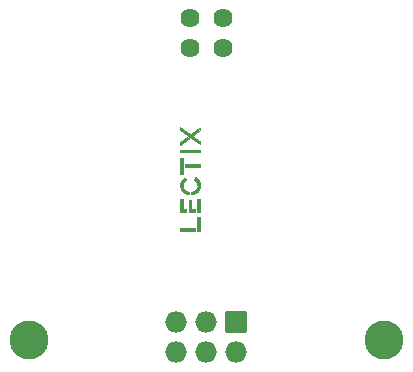
<source format=gts>
G04 #@! TF.GenerationSoftware,KiCad,Pcbnew,6.0.9-8da3e8f707~116~ubuntu20.04.1*
G04 #@! TF.CreationDate,2023-05-05T17:23:47+00:00*
G04 #@! TF.ProjectId,LEC009212,4c454330-3039-4323-9132-2e6b69636164,rev?*
G04 #@! TF.SameCoordinates,Original*
G04 #@! TF.FileFunction,Soldermask,Top*
G04 #@! TF.FilePolarity,Negative*
%FSLAX46Y46*%
G04 Gerber Fmt 4.6, Leading zero omitted, Abs format (unit mm)*
G04 Created by KiCad (PCBNEW 6.0.9-8da3e8f707~116~ubuntu20.04.1) date 2023-05-05 17:23:47*
%MOMM*%
%LPD*%
G01*
G04 APERTURE LIST*
G04 Aperture macros list*
%AMRoundRect*
0 Rectangle with rounded corners*
0 $1 Rounding radius*
0 $2 $3 $4 $5 $6 $7 $8 $9 X,Y pos of 4 corners*
0 Add a 4 corners polygon primitive as box body*
4,1,4,$2,$3,$4,$5,$6,$7,$8,$9,$2,$3,0*
0 Add four circle primitives for the rounded corners*
1,1,$1+$1,$2,$3*
1,1,$1+$1,$4,$5*
1,1,$1+$1,$6,$7*
1,1,$1+$1,$8,$9*
0 Add four rect primitives between the rounded corners*
20,1,$1+$1,$2,$3,$4,$5,0*
20,1,$1+$1,$4,$5,$6,$7,0*
20,1,$1+$1,$6,$7,$8,$9,0*
20,1,$1+$1,$8,$9,$2,$3,0*%
G04 Aperture macros list end*
%ADD10C,0.010000*%
%ADD11C,3.300000*%
%ADD12RoundRect,0.050000X-0.863600X0.863600X-0.863600X-0.863600X0.863600X-0.863600X0.863600X0.863600X0*%
%ADD13O,1.827200X1.827200*%
%ADD14C,1.624000*%
G04 APERTURE END LIST*
G04 #@! TO.C,LOGO1*
G36*
X83347001Y-31829871D02*
G01*
X83353439Y-31833923D01*
X83362779Y-31840183D01*
X83374461Y-31848245D01*
X83387928Y-31857707D01*
X83402622Y-31868162D01*
X83417984Y-31879207D01*
X83433457Y-31890438D01*
X83448483Y-31901449D01*
X83462504Y-31911838D01*
X83474962Y-31921199D01*
X83485298Y-31929128D01*
X83492955Y-31935221D01*
X83497375Y-31939073D01*
X83498247Y-31940190D01*
X83496223Y-31941929D01*
X83490295Y-31946496D01*
X83480671Y-31953736D01*
X83467561Y-31963498D01*
X83451174Y-31975627D01*
X83431719Y-31989971D01*
X83409405Y-32006375D01*
X83384442Y-32024687D01*
X83357037Y-32044753D01*
X83327402Y-32066421D01*
X83295743Y-32089535D01*
X83262272Y-32113944D01*
X83227196Y-32139494D01*
X83190724Y-32166032D01*
X83153067Y-32193404D01*
X83141493Y-32201810D01*
X83103445Y-32229442D01*
X83066468Y-32256293D01*
X83030772Y-32282211D01*
X82996572Y-32307040D01*
X82964081Y-32330626D01*
X82933511Y-32352814D01*
X82905075Y-32373451D01*
X82878985Y-32392382D01*
X82855456Y-32409452D01*
X82834699Y-32424507D01*
X82816927Y-32437392D01*
X82802354Y-32447953D01*
X82791192Y-32456036D01*
X82783654Y-32461486D01*
X82779952Y-32464149D01*
X82779630Y-32464375D01*
X82778417Y-32465123D01*
X82777412Y-32465285D01*
X82776595Y-32464437D01*
X82775947Y-32462156D01*
X82775449Y-32458019D01*
X82775081Y-32451601D01*
X82774823Y-32442478D01*
X82774655Y-32430228D01*
X82774559Y-32414427D01*
X82774514Y-32394651D01*
X82774500Y-32370475D01*
X82774499Y-32353446D01*
X82774500Y-32239032D01*
X83057044Y-32033731D01*
X83090835Y-32009201D01*
X83123537Y-31985507D01*
X83154909Y-31962820D01*
X83184714Y-31941311D01*
X83212711Y-31921152D01*
X83238663Y-31902513D01*
X83262329Y-31885565D01*
X83283470Y-31870480D01*
X83301848Y-31857429D01*
X83317223Y-31846582D01*
X83329356Y-31838111D01*
X83338009Y-31832186D01*
X83342942Y-31828979D01*
X83344021Y-31828430D01*
X83347001Y-31829871D01*
G37*
D10*
X83347001Y-31829871D02*
X83353439Y-31833923D01*
X83362779Y-31840183D01*
X83374461Y-31848245D01*
X83387928Y-31857707D01*
X83402622Y-31868162D01*
X83417984Y-31879207D01*
X83433457Y-31890438D01*
X83448483Y-31901449D01*
X83462504Y-31911838D01*
X83474962Y-31921199D01*
X83485298Y-31929128D01*
X83492955Y-31935221D01*
X83497375Y-31939073D01*
X83498247Y-31940190D01*
X83496223Y-31941929D01*
X83490295Y-31946496D01*
X83480671Y-31953736D01*
X83467561Y-31963498D01*
X83451174Y-31975627D01*
X83431719Y-31989971D01*
X83409405Y-32006375D01*
X83384442Y-32024687D01*
X83357037Y-32044753D01*
X83327402Y-32066421D01*
X83295743Y-32089535D01*
X83262272Y-32113944D01*
X83227196Y-32139494D01*
X83190724Y-32166032D01*
X83153067Y-32193404D01*
X83141493Y-32201810D01*
X83103445Y-32229442D01*
X83066468Y-32256293D01*
X83030772Y-32282211D01*
X82996572Y-32307040D01*
X82964081Y-32330626D01*
X82933511Y-32352814D01*
X82905075Y-32373451D01*
X82878985Y-32392382D01*
X82855456Y-32409452D01*
X82834699Y-32424507D01*
X82816927Y-32437392D01*
X82802354Y-32447953D01*
X82791192Y-32456036D01*
X82783654Y-32461486D01*
X82779952Y-32464149D01*
X82779630Y-32464375D01*
X82778417Y-32465123D01*
X82777412Y-32465285D01*
X82776595Y-32464437D01*
X82775947Y-32462156D01*
X82775449Y-32458019D01*
X82775081Y-32451601D01*
X82774823Y-32442478D01*
X82774655Y-32430228D01*
X82774559Y-32414427D01*
X82774514Y-32394651D01*
X82774500Y-32370475D01*
X82774499Y-32353446D01*
X82774500Y-32239032D01*
X83057044Y-32033731D01*
X83090835Y-32009201D01*
X83123537Y-31985507D01*
X83154909Y-31962820D01*
X83184714Y-31941311D01*
X83212711Y-31921152D01*
X83238663Y-31902513D01*
X83262329Y-31885565D01*
X83283470Y-31870480D01*
X83301848Y-31857429D01*
X83317223Y-31846582D01*
X83329356Y-31838111D01*
X83338009Y-31832186D01*
X83342942Y-31828979D01*
X83344021Y-31828430D01*
X83347001Y-31829871D01*
G36*
X84052120Y-39759580D02*
G01*
X82777040Y-39759580D01*
X82777040Y-39538600D01*
X84052120Y-39538600D01*
X84052120Y-39759580D01*
G37*
X84052120Y-39759580D02*
X82777040Y-39759580D01*
X82777040Y-39538600D01*
X84052120Y-39538600D01*
X84052120Y-39759580D01*
G36*
X82987860Y-37940940D02*
G01*
X83300280Y-37940940D01*
X83300280Y-38164460D01*
X82766880Y-38164460D01*
X82766880Y-37067180D01*
X82987860Y-37067180D01*
X82987860Y-37940940D01*
G37*
X82987860Y-37940940D02*
X83300280Y-37940940D01*
X83300280Y-38164460D01*
X82766880Y-38164460D01*
X82766880Y-37067180D01*
X82987860Y-37067180D01*
X82987860Y-37940940D01*
G36*
X84445820Y-34349380D02*
G01*
X83163120Y-34349380D01*
X83163120Y-34128400D01*
X84445820Y-34128400D01*
X84445820Y-34349380D01*
G37*
X84445820Y-34349380D02*
X83163120Y-34349380D01*
X83163120Y-34128400D01*
X84445820Y-34128400D01*
X84445820Y-34349380D01*
G36*
X84062864Y-35224350D02*
G01*
X84068246Y-35226764D01*
X84076130Y-35231171D01*
X84087022Y-35237839D01*
X84101432Y-35247037D01*
X84106730Y-35250468D01*
X84157247Y-35286255D01*
X84204456Y-35325767D01*
X84248181Y-35368747D01*
X84288245Y-35414939D01*
X84324473Y-35464085D01*
X84356690Y-35515929D01*
X84384719Y-35570214D01*
X84408386Y-35626683D01*
X84427513Y-35685078D01*
X84440608Y-35738614D01*
X84444715Y-35759549D01*
X84447937Y-35778693D01*
X84450387Y-35797214D01*
X84452177Y-35816279D01*
X84453419Y-35837056D01*
X84454226Y-35860714D01*
X84454665Y-35884810D01*
X84454860Y-35903035D01*
X84454960Y-35919929D01*
X84454966Y-35934719D01*
X84454880Y-35946633D01*
X84454704Y-35954897D01*
X84454485Y-35958470D01*
X84453741Y-35964358D01*
X84452630Y-35973690D01*
X84451341Y-35984862D01*
X84450735Y-35990220D01*
X84442047Y-36045997D01*
X84428574Y-36101993D01*
X84410545Y-36157599D01*
X84388188Y-36212206D01*
X84361731Y-36265203D01*
X84331401Y-36315981D01*
X84325955Y-36324230D01*
X84305098Y-36354202D01*
X84284653Y-36380956D01*
X84263317Y-36406058D01*
X84239790Y-36431073D01*
X84224501Y-36446282D01*
X84177656Y-36488480D01*
X84128179Y-36526384D01*
X84076236Y-36559914D01*
X84021994Y-36588986D01*
X83965618Y-36613518D01*
X83907274Y-36633426D01*
X83847129Y-36648629D01*
X83801477Y-36656813D01*
X83792261Y-36658020D01*
X83779810Y-36659423D01*
X83765307Y-36660913D01*
X83749937Y-36662382D01*
X83734885Y-36663719D01*
X83721334Y-36664815D01*
X83710470Y-36665562D01*
X83703505Y-36665850D01*
X83703107Y-36663398D01*
X83702738Y-36656379D01*
X83702405Y-36645308D01*
X83702119Y-36630696D01*
X83701886Y-36613059D01*
X83701717Y-36592909D01*
X83701620Y-36570759D01*
X83701600Y-36554481D01*
X83701600Y-36443101D01*
X83735255Y-36441598D01*
X83784642Y-36436880D01*
X83833391Y-36427286D01*
X83881126Y-36413012D01*
X83927472Y-36394257D01*
X83972055Y-36371216D01*
X84014500Y-36344087D01*
X84054432Y-36313067D01*
X84091476Y-36278352D01*
X84125258Y-36240140D01*
X84130066Y-36234060D01*
X84158193Y-36193962D01*
X84182754Y-36150655D01*
X84203491Y-36104786D01*
X84220147Y-36057001D01*
X84232466Y-36007946D01*
X84240191Y-35958267D01*
X84240331Y-35956939D01*
X84241812Y-35935583D01*
X84242277Y-35910988D01*
X84241784Y-35884830D01*
X84240393Y-35858784D01*
X84238161Y-35834525D01*
X84235369Y-35814960D01*
X84223968Y-35764580D01*
X84208011Y-35715829D01*
X84187722Y-35669027D01*
X84163326Y-35624494D01*
X84135050Y-35582553D01*
X84103119Y-35543523D01*
X84067757Y-35507725D01*
X84029189Y-35475479D01*
X83987642Y-35447107D01*
X83969570Y-35436541D01*
X83961866Y-35432236D01*
X83956162Y-35429023D01*
X83953660Y-35427581D01*
X83953648Y-35427572D01*
X83954589Y-35425282D01*
X83957586Y-35419034D01*
X83962356Y-35409378D01*
X83968617Y-35396866D01*
X83976087Y-35382050D01*
X83984484Y-35365482D01*
X83993526Y-35347712D01*
X84002930Y-35329291D01*
X84012414Y-35310773D01*
X84021697Y-35292708D01*
X84030496Y-35275647D01*
X84038530Y-35260143D01*
X84045515Y-35246746D01*
X84051170Y-35236008D01*
X84055212Y-35228481D01*
X84057360Y-35224716D01*
X84057574Y-35224421D01*
X84059476Y-35223658D01*
X84062864Y-35224350D01*
G37*
X84062864Y-35224350D02*
X84068246Y-35226764D01*
X84076130Y-35231171D01*
X84087022Y-35237839D01*
X84101432Y-35247037D01*
X84106730Y-35250468D01*
X84157247Y-35286255D01*
X84204456Y-35325767D01*
X84248181Y-35368747D01*
X84288245Y-35414939D01*
X84324473Y-35464085D01*
X84356690Y-35515929D01*
X84384719Y-35570214D01*
X84408386Y-35626683D01*
X84427513Y-35685078D01*
X84440608Y-35738614D01*
X84444715Y-35759549D01*
X84447937Y-35778693D01*
X84450387Y-35797214D01*
X84452177Y-35816279D01*
X84453419Y-35837056D01*
X84454226Y-35860714D01*
X84454665Y-35884810D01*
X84454860Y-35903035D01*
X84454960Y-35919929D01*
X84454966Y-35934719D01*
X84454880Y-35946633D01*
X84454704Y-35954897D01*
X84454485Y-35958470D01*
X84453741Y-35964358D01*
X84452630Y-35973690D01*
X84451341Y-35984862D01*
X84450735Y-35990220D01*
X84442047Y-36045997D01*
X84428574Y-36101993D01*
X84410545Y-36157599D01*
X84388188Y-36212206D01*
X84361731Y-36265203D01*
X84331401Y-36315981D01*
X84325955Y-36324230D01*
X84305098Y-36354202D01*
X84284653Y-36380956D01*
X84263317Y-36406058D01*
X84239790Y-36431073D01*
X84224501Y-36446282D01*
X84177656Y-36488480D01*
X84128179Y-36526384D01*
X84076236Y-36559914D01*
X84021994Y-36588986D01*
X83965618Y-36613518D01*
X83907274Y-36633426D01*
X83847129Y-36648629D01*
X83801477Y-36656813D01*
X83792261Y-36658020D01*
X83779810Y-36659423D01*
X83765307Y-36660913D01*
X83749937Y-36662382D01*
X83734885Y-36663719D01*
X83721334Y-36664815D01*
X83710470Y-36665562D01*
X83703505Y-36665850D01*
X83703107Y-36663398D01*
X83702738Y-36656379D01*
X83702405Y-36645308D01*
X83702119Y-36630696D01*
X83701886Y-36613059D01*
X83701717Y-36592909D01*
X83701620Y-36570759D01*
X83701600Y-36554481D01*
X83701600Y-36443101D01*
X83735255Y-36441598D01*
X83784642Y-36436880D01*
X83833391Y-36427286D01*
X83881126Y-36413012D01*
X83927472Y-36394257D01*
X83972055Y-36371216D01*
X84014500Y-36344087D01*
X84054432Y-36313067D01*
X84091476Y-36278352D01*
X84125258Y-36240140D01*
X84130066Y-36234060D01*
X84158193Y-36193962D01*
X84182754Y-36150655D01*
X84203491Y-36104786D01*
X84220147Y-36057001D01*
X84232466Y-36007946D01*
X84240191Y-35958267D01*
X84240331Y-35956939D01*
X84241812Y-35935583D01*
X84242277Y-35910988D01*
X84241784Y-35884830D01*
X84240393Y-35858784D01*
X84238161Y-35834525D01*
X84235369Y-35814960D01*
X84223968Y-35764580D01*
X84208011Y-35715829D01*
X84187722Y-35669027D01*
X84163326Y-35624494D01*
X84135050Y-35582553D01*
X84103119Y-35543523D01*
X84067757Y-35507725D01*
X84029189Y-35475479D01*
X83987642Y-35447107D01*
X83969570Y-35436541D01*
X83961866Y-35432236D01*
X83956162Y-35429023D01*
X83953660Y-35427581D01*
X83953648Y-35427572D01*
X83954589Y-35425282D01*
X83957586Y-35419034D01*
X83962356Y-35409378D01*
X83968617Y-35396866D01*
X83976087Y-35382050D01*
X83984484Y-35365482D01*
X83993526Y-35347712D01*
X84002930Y-35329291D01*
X84012414Y-35310773D01*
X84021697Y-35292708D01*
X84030496Y-35275647D01*
X84038530Y-35260143D01*
X84045515Y-35246746D01*
X84051170Y-35236008D01*
X84055212Y-35228481D01*
X84057360Y-35224716D01*
X84057574Y-35224421D01*
X84059476Y-35223658D01*
X84062864Y-35224350D01*
G36*
X82995480Y-34918340D02*
G01*
X82774500Y-34918340D01*
X82774500Y-33549280D01*
X82995480Y-33549280D01*
X82995480Y-34918340D01*
G37*
X82995480Y-34918340D02*
X82774500Y-34918340D01*
X82774500Y-33549280D01*
X82995480Y-33549280D01*
X82995480Y-34918340D01*
G36*
X84453440Y-38159380D02*
G01*
X84229920Y-38159380D01*
X84229920Y-37067180D01*
X84453440Y-37067180D01*
X84453440Y-38159380D01*
G37*
X84453440Y-38159380D02*
X84229920Y-38159380D01*
X84229920Y-37067180D01*
X84453440Y-37067180D01*
X84453440Y-38159380D01*
G36*
X83709220Y-37940940D02*
G01*
X84052120Y-37940940D01*
X84052120Y-38161920D01*
X83485700Y-38161920D01*
X83485700Y-37181480D01*
X83709220Y-37181480D01*
X83709220Y-37940940D01*
G37*
X83709220Y-37940940D02*
X84052120Y-37940940D01*
X84052120Y-38161920D01*
X83485700Y-38161920D01*
X83485700Y-37181480D01*
X83709220Y-37181480D01*
X83709220Y-37940940D01*
G36*
X84453440Y-39759580D02*
G01*
X84229920Y-39759580D01*
X84229920Y-38611500D01*
X84453440Y-38611500D01*
X84453440Y-39759580D01*
G37*
X84453440Y-39759580D02*
X84229920Y-39759580D01*
X84229920Y-38611500D01*
X84453440Y-38611500D01*
X84453440Y-39759580D01*
G36*
X83148046Y-35260073D02*
G01*
X83149794Y-35262384D01*
X83153936Y-35268416D01*
X83160116Y-35277624D01*
X83167976Y-35289459D01*
X83177159Y-35303373D01*
X83187308Y-35318819D01*
X83198066Y-35335250D01*
X83209075Y-35352117D01*
X83219979Y-35368873D01*
X83230419Y-35384971D01*
X83240039Y-35399862D01*
X83248482Y-35413000D01*
X83255390Y-35423835D01*
X83260407Y-35431822D01*
X83263174Y-35436412D01*
X83263584Y-35437206D01*
X83262718Y-35440032D01*
X83258095Y-35444095D01*
X83249339Y-35449695D01*
X83243914Y-35452816D01*
X83216428Y-35469911D01*
X83188002Y-35490573D01*
X83159852Y-35513771D01*
X83133197Y-35538472D01*
X83109254Y-35563644D01*
X83099140Y-35575520D01*
X83069172Y-35616154D01*
X83043127Y-35659753D01*
X83021226Y-35705804D01*
X83003690Y-35753792D01*
X82990740Y-35803203D01*
X82983813Y-35843548D01*
X82981768Y-35865054D01*
X82980722Y-35889779D01*
X82980637Y-35916240D01*
X82981480Y-35942955D01*
X82983214Y-35968443D01*
X82985804Y-35991221D01*
X82987603Y-36002174D01*
X82999608Y-36052714D01*
X83016099Y-36101225D01*
X83036857Y-36147466D01*
X83061666Y-36191196D01*
X83090308Y-36232174D01*
X83122566Y-36270159D01*
X83158223Y-36304910D01*
X83197062Y-36336186D01*
X83238864Y-36363748D01*
X83283413Y-36387352D01*
X83330492Y-36406760D01*
X83361621Y-36416801D01*
X83406052Y-36427444D01*
X83452105Y-36434072D01*
X83490145Y-36436568D01*
X83531420Y-36437972D01*
X83531420Y-36658969D01*
X83486335Y-36657493D01*
X83426765Y-36653049D01*
X83368219Y-36643761D01*
X83310945Y-36629804D01*
X83255192Y-36611357D01*
X83201206Y-36588595D01*
X83149239Y-36561694D01*
X83099537Y-36530832D01*
X83052349Y-36496184D01*
X83007923Y-36457927D01*
X82966510Y-36416238D01*
X82928355Y-36371292D01*
X82893709Y-36323267D01*
X82862820Y-36272339D01*
X82835936Y-36218684D01*
X82822046Y-36185800D01*
X82803465Y-36132923D01*
X82788763Y-36078211D01*
X82777716Y-36020795D01*
X82775434Y-36005460D01*
X82773688Y-35989281D01*
X82772339Y-35969218D01*
X82771399Y-35946456D01*
X82770875Y-35922175D01*
X82770777Y-35897559D01*
X82771115Y-35873791D01*
X82771898Y-35852051D01*
X82773135Y-35833524D01*
X82774013Y-35825120D01*
X82784111Y-35763464D01*
X82798858Y-35703518D01*
X82818120Y-35645498D01*
X82841760Y-35589620D01*
X82869642Y-35536099D01*
X82901632Y-35485150D01*
X82937592Y-35436988D01*
X82977388Y-35391829D01*
X83020884Y-35349889D01*
X83067944Y-35311383D01*
X83118433Y-35276525D01*
X83120462Y-35275247D01*
X83130604Y-35269050D01*
X83139176Y-35264127D01*
X83145284Y-35260968D01*
X83148034Y-35260067D01*
X83148046Y-35260073D01*
G37*
X83148046Y-35260073D02*
X83149794Y-35262384D01*
X83153936Y-35268416D01*
X83160116Y-35277624D01*
X83167976Y-35289459D01*
X83177159Y-35303373D01*
X83187308Y-35318819D01*
X83198066Y-35335250D01*
X83209075Y-35352117D01*
X83219979Y-35368873D01*
X83230419Y-35384971D01*
X83240039Y-35399862D01*
X83248482Y-35413000D01*
X83255390Y-35423835D01*
X83260407Y-35431822D01*
X83263174Y-35436412D01*
X83263584Y-35437206D01*
X83262718Y-35440032D01*
X83258095Y-35444095D01*
X83249339Y-35449695D01*
X83243914Y-35452816D01*
X83216428Y-35469911D01*
X83188002Y-35490573D01*
X83159852Y-35513771D01*
X83133197Y-35538472D01*
X83109254Y-35563644D01*
X83099140Y-35575520D01*
X83069172Y-35616154D01*
X83043127Y-35659753D01*
X83021226Y-35705804D01*
X83003690Y-35753792D01*
X82990740Y-35803203D01*
X82983813Y-35843548D01*
X82981768Y-35865054D01*
X82980722Y-35889779D01*
X82980637Y-35916240D01*
X82981480Y-35942955D01*
X82983214Y-35968443D01*
X82985804Y-35991221D01*
X82987603Y-36002174D01*
X82999608Y-36052714D01*
X83016099Y-36101225D01*
X83036857Y-36147466D01*
X83061666Y-36191196D01*
X83090308Y-36232174D01*
X83122566Y-36270159D01*
X83158223Y-36304910D01*
X83197062Y-36336186D01*
X83238864Y-36363748D01*
X83283413Y-36387352D01*
X83330492Y-36406760D01*
X83361621Y-36416801D01*
X83406052Y-36427444D01*
X83452105Y-36434072D01*
X83490145Y-36436568D01*
X83531420Y-36437972D01*
X83531420Y-36658969D01*
X83486335Y-36657493D01*
X83426765Y-36653049D01*
X83368219Y-36643761D01*
X83310945Y-36629804D01*
X83255192Y-36611357D01*
X83201206Y-36588595D01*
X83149239Y-36561694D01*
X83099537Y-36530832D01*
X83052349Y-36496184D01*
X83007923Y-36457927D01*
X82966510Y-36416238D01*
X82928355Y-36371292D01*
X82893709Y-36323267D01*
X82862820Y-36272339D01*
X82835936Y-36218684D01*
X82822046Y-36185800D01*
X82803465Y-36132923D01*
X82788763Y-36078211D01*
X82777716Y-36020795D01*
X82775434Y-36005460D01*
X82773688Y-35989281D01*
X82772339Y-35969218D01*
X82771399Y-35946456D01*
X82770875Y-35922175D01*
X82770777Y-35897559D01*
X82771115Y-35873791D01*
X82771898Y-35852051D01*
X82773135Y-35833524D01*
X82774013Y-35825120D01*
X82784111Y-35763464D01*
X82798858Y-35703518D01*
X82818120Y-35645498D01*
X82841760Y-35589620D01*
X82869642Y-35536099D01*
X82901632Y-35485150D01*
X82937592Y-35436988D01*
X82977388Y-35391829D01*
X83020884Y-35349889D01*
X83067944Y-35311383D01*
X83118433Y-35276525D01*
X83120462Y-35275247D01*
X83130604Y-35269050D01*
X83139176Y-35264127D01*
X83145284Y-35260968D01*
X83148034Y-35260067D01*
X83148046Y-35260073D01*
G36*
X84445820Y-33102240D02*
G01*
X82774500Y-33102240D01*
X82774500Y-32881260D01*
X84445820Y-32881260D01*
X84445820Y-33102240D01*
G37*
X84445820Y-33102240D02*
X82774500Y-33102240D01*
X82774500Y-32881260D01*
X84445820Y-32881260D01*
X84445820Y-33102240D01*
G36*
X83199183Y-31297852D02*
G01*
X83240298Y-31327936D01*
X83280325Y-31357213D01*
X83319069Y-31385542D01*
X83356338Y-31412783D01*
X83391940Y-31438794D01*
X83425680Y-31463434D01*
X83457366Y-31486564D01*
X83486806Y-31508043D01*
X83513806Y-31527729D01*
X83538172Y-31545482D01*
X83559713Y-31561161D01*
X83578236Y-31574626D01*
X83593546Y-31585735D01*
X83605452Y-31594349D01*
X83613760Y-31600326D01*
X83618277Y-31603526D01*
X83619087Y-31604054D01*
X83621269Y-31602593D01*
X83627370Y-31598293D01*
X83637192Y-31591297D01*
X83650541Y-31581744D01*
X83667220Y-31569776D01*
X83687032Y-31555535D01*
X83709783Y-31539162D01*
X83735275Y-31520798D01*
X83763314Y-31500584D01*
X83793701Y-31478663D01*
X83826243Y-31455175D01*
X83860742Y-31430261D01*
X83897003Y-31404062D01*
X83934829Y-31376721D01*
X83974025Y-31348378D01*
X84014395Y-31319175D01*
X84030766Y-31307329D01*
X84071564Y-31277810D01*
X84111274Y-31249087D01*
X84149701Y-31221301D01*
X84186647Y-31194595D01*
X84221916Y-31169111D01*
X84255310Y-31144990D01*
X84286635Y-31122374D01*
X84315692Y-31101405D01*
X84342285Y-31082225D01*
X84366218Y-31064975D01*
X84387293Y-31049798D01*
X84405315Y-31036836D01*
X84420086Y-31026230D01*
X84431411Y-31018122D01*
X84439091Y-31012654D01*
X84442932Y-31009967D01*
X84443347Y-31009704D01*
X84443981Y-31011984D01*
X84444522Y-31019178D01*
X84444969Y-31031122D01*
X84445317Y-31047651D01*
X84445563Y-31068600D01*
X84445703Y-31093804D01*
X84445734Y-31122734D01*
X84445649Y-31236610D01*
X84111780Y-31477910D01*
X84075037Y-31504474D01*
X84039426Y-31530235D01*
X84005163Y-31555035D01*
X83972466Y-31578717D01*
X83941550Y-31601124D01*
X83912632Y-31622098D01*
X83885929Y-31641483D01*
X83861658Y-31659120D01*
X83840034Y-31674853D01*
X83821274Y-31688525D01*
X83805596Y-31699977D01*
X83793215Y-31709052D01*
X83784347Y-31715594D01*
X83779211Y-31719444D01*
X83777933Y-31720480D01*
X83779950Y-31722094D01*
X83785854Y-31726545D01*
X83795427Y-31733676D01*
X83808455Y-31743326D01*
X83824722Y-31755339D01*
X83844010Y-31769553D01*
X83866106Y-31785812D01*
X83890791Y-31803956D01*
X83917851Y-31823827D01*
X83947070Y-31845266D01*
X83978231Y-31868113D01*
X84011119Y-31892211D01*
X84045518Y-31917400D01*
X84081211Y-31943523D01*
X84109644Y-31964320D01*
X84146214Y-31991075D01*
X84181667Y-32017035D01*
X84215786Y-32042039D01*
X84248355Y-32065928D01*
X84279156Y-32088542D01*
X84307973Y-32109721D01*
X84334589Y-32129307D01*
X84358787Y-32147137D01*
X84380350Y-32163054D01*
X84399061Y-32176898D01*
X84414704Y-32188507D01*
X84427061Y-32197724D01*
X84435916Y-32204387D01*
X84441051Y-32208338D01*
X84442335Y-32209430D01*
X84442529Y-32212426D01*
X84442680Y-32219975D01*
X84442789Y-32231550D01*
X84442853Y-32246625D01*
X84442870Y-32264673D01*
X84442839Y-32285167D01*
X84442759Y-32307581D01*
X84442672Y-32324352D01*
X84442010Y-32436733D01*
X83613970Y-31830775D01*
X83555907Y-31788283D01*
X83498878Y-31746543D01*
X83443019Y-31705657D01*
X83388469Y-31665724D01*
X83335363Y-31626846D01*
X83283839Y-31589122D01*
X83234036Y-31552653D01*
X83186089Y-31517541D01*
X83140136Y-31483885D01*
X83096314Y-31451786D01*
X83054761Y-31421345D01*
X83015614Y-31392662D01*
X82979011Y-31365838D01*
X82945087Y-31340973D01*
X82913981Y-31318168D01*
X82885831Y-31297523D01*
X82860772Y-31279140D01*
X82838943Y-31263118D01*
X82820481Y-31249559D01*
X82805522Y-31238563D01*
X82794205Y-31230229D01*
X82786667Y-31224660D01*
X82783044Y-31221955D01*
X82782728Y-31221706D01*
X82781936Y-31219871D01*
X82781292Y-31215807D01*
X82780789Y-31209140D01*
X82780418Y-31199496D01*
X82780171Y-31186503D01*
X82780039Y-31169788D01*
X82780016Y-31148976D01*
X82780092Y-31123696D01*
X82780188Y-31105150D01*
X82780850Y-30991704D01*
X83199183Y-31297852D01*
G37*
X83199183Y-31297852D02*
X83240298Y-31327936D01*
X83280325Y-31357213D01*
X83319069Y-31385542D01*
X83356338Y-31412783D01*
X83391940Y-31438794D01*
X83425680Y-31463434D01*
X83457366Y-31486564D01*
X83486806Y-31508043D01*
X83513806Y-31527729D01*
X83538172Y-31545482D01*
X83559713Y-31561161D01*
X83578236Y-31574626D01*
X83593546Y-31585735D01*
X83605452Y-31594349D01*
X83613760Y-31600326D01*
X83618277Y-31603526D01*
X83619087Y-31604054D01*
X83621269Y-31602593D01*
X83627370Y-31598293D01*
X83637192Y-31591297D01*
X83650541Y-31581744D01*
X83667220Y-31569776D01*
X83687032Y-31555535D01*
X83709783Y-31539162D01*
X83735275Y-31520798D01*
X83763314Y-31500584D01*
X83793701Y-31478663D01*
X83826243Y-31455175D01*
X83860742Y-31430261D01*
X83897003Y-31404062D01*
X83934829Y-31376721D01*
X83974025Y-31348378D01*
X84014395Y-31319175D01*
X84030766Y-31307329D01*
X84071564Y-31277810D01*
X84111274Y-31249087D01*
X84149701Y-31221301D01*
X84186647Y-31194595D01*
X84221916Y-31169111D01*
X84255310Y-31144990D01*
X84286635Y-31122374D01*
X84315692Y-31101405D01*
X84342285Y-31082225D01*
X84366218Y-31064975D01*
X84387293Y-31049798D01*
X84405315Y-31036836D01*
X84420086Y-31026230D01*
X84431411Y-31018122D01*
X84439091Y-31012654D01*
X84442932Y-31009967D01*
X84443347Y-31009704D01*
X84443981Y-31011984D01*
X84444522Y-31019178D01*
X84444969Y-31031122D01*
X84445317Y-31047651D01*
X84445563Y-31068600D01*
X84445703Y-31093804D01*
X84445734Y-31122734D01*
X84445649Y-31236610D01*
X84111780Y-31477910D01*
X84075037Y-31504474D01*
X84039426Y-31530235D01*
X84005163Y-31555035D01*
X83972466Y-31578717D01*
X83941550Y-31601124D01*
X83912632Y-31622098D01*
X83885929Y-31641483D01*
X83861658Y-31659120D01*
X83840034Y-31674853D01*
X83821274Y-31688525D01*
X83805596Y-31699977D01*
X83793215Y-31709052D01*
X83784347Y-31715594D01*
X83779211Y-31719444D01*
X83777933Y-31720480D01*
X83779950Y-31722094D01*
X83785854Y-31726545D01*
X83795427Y-31733676D01*
X83808455Y-31743326D01*
X83824722Y-31755339D01*
X83844010Y-31769553D01*
X83866106Y-31785812D01*
X83890791Y-31803956D01*
X83917851Y-31823827D01*
X83947070Y-31845266D01*
X83978231Y-31868113D01*
X84011119Y-31892211D01*
X84045518Y-31917400D01*
X84081211Y-31943523D01*
X84109644Y-31964320D01*
X84146214Y-31991075D01*
X84181667Y-32017035D01*
X84215786Y-32042039D01*
X84248355Y-32065928D01*
X84279156Y-32088542D01*
X84307973Y-32109721D01*
X84334589Y-32129307D01*
X84358787Y-32147137D01*
X84380350Y-32163054D01*
X84399061Y-32176898D01*
X84414704Y-32188507D01*
X84427061Y-32197724D01*
X84435916Y-32204387D01*
X84441051Y-32208338D01*
X84442335Y-32209430D01*
X84442529Y-32212426D01*
X84442680Y-32219975D01*
X84442789Y-32231550D01*
X84442853Y-32246625D01*
X84442870Y-32264673D01*
X84442839Y-32285167D01*
X84442759Y-32307581D01*
X84442672Y-32324352D01*
X84442010Y-32436733D01*
X83613970Y-31830775D01*
X83555907Y-31788283D01*
X83498878Y-31746543D01*
X83443019Y-31705657D01*
X83388469Y-31665724D01*
X83335363Y-31626846D01*
X83283839Y-31589122D01*
X83234036Y-31552653D01*
X83186089Y-31517541D01*
X83140136Y-31483885D01*
X83096314Y-31451786D01*
X83054761Y-31421345D01*
X83015614Y-31392662D01*
X82979011Y-31365838D01*
X82945087Y-31340973D01*
X82913981Y-31318168D01*
X82885831Y-31297523D01*
X82860772Y-31279140D01*
X82838943Y-31263118D01*
X82820481Y-31249559D01*
X82805522Y-31238563D01*
X82794205Y-31230229D01*
X82786667Y-31224660D01*
X82783044Y-31221955D01*
X82782728Y-31221706D01*
X82781936Y-31219871D01*
X82781292Y-31215807D01*
X82780789Y-31209140D01*
X82780418Y-31199496D01*
X82780171Y-31186503D01*
X82780039Y-31169788D01*
X82780016Y-31148976D01*
X82780092Y-31123696D01*
X82780188Y-31105150D01*
X82780850Y-30991704D01*
X83199183Y-31297852D01*
G04 #@! TD*
D11*
G04 #@! TO.C,H1*
X70000000Y-49000000D03*
G04 #@! TD*
G04 #@! TO.C,H2*
X100000000Y-49000000D03*
G04 #@! TD*
D12*
G04 #@! TO.C,J1*
X87500000Y-47500000D03*
D13*
X87500000Y-50040000D03*
X84960000Y-47500000D03*
X84960000Y-50040000D03*
X82420000Y-47500000D03*
X82420000Y-50040000D03*
G04 #@! TD*
D14*
G04 #@! TO.C,U1*
X86400000Y-21730000D03*
X86400000Y-24270000D03*
X83600000Y-24270000D03*
X83600000Y-21730000D03*
G04 #@! TD*
M02*

</source>
